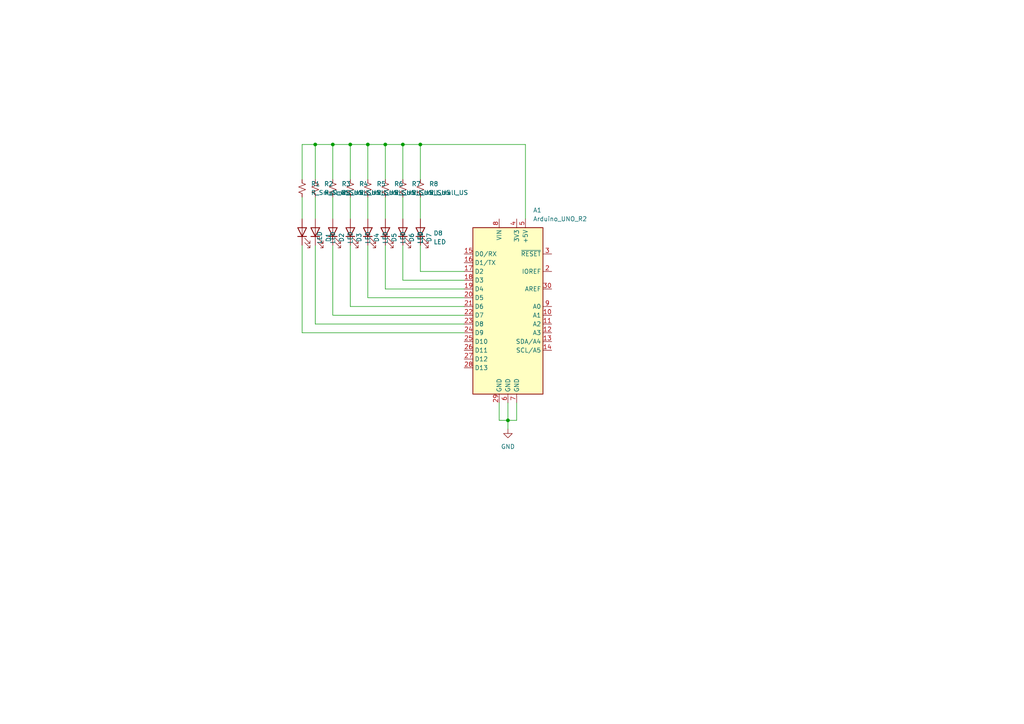
<source format=kicad_sch>
(kicad_sch (version 20230121) (generator eeschema)

  (uuid da2f558e-d378-447e-bc8f-7d7b703783e2)

  (paper "A4")

  (title_block
    (title "ADRUINO UNO SHIELD")
    (company "BACH KHOA")
    (comment 1 "NGUYEN QUANG HUAN")
  )

  (lib_symbols
    (symbol "Device:LED" (pin_numbers hide) (pin_names (offset 1.016) hide) (in_bom yes) (on_board yes)
      (property "Reference" "D" (at 0 2.54 0)
        (effects (font (size 1.27 1.27)))
      )
      (property "Value" "LED" (at 0 -2.54 0)
        (effects (font (size 1.27 1.27)))
      )
      (property "Footprint" "" (at 0 0 0)
        (effects (font (size 1.27 1.27)) hide)
      )
      (property "Datasheet" "~" (at 0 0 0)
        (effects (font (size 1.27 1.27)) hide)
      )
      (property "ki_keywords" "LED diode" (at 0 0 0)
        (effects (font (size 1.27 1.27)) hide)
      )
      (property "ki_description" "Light emitting diode" (at 0 0 0)
        (effects (font (size 1.27 1.27)) hide)
      )
      (property "ki_fp_filters" "LED* LED_SMD:* LED_THT:*" (at 0 0 0)
        (effects (font (size 1.27 1.27)) hide)
      )
      (symbol "LED_0_1"
        (polyline
          (pts
            (xy -1.27 -1.27)
            (xy -1.27 1.27)
          )
          (stroke (width 0.254) (type default))
          (fill (type none))
        )
        (polyline
          (pts
            (xy -1.27 0)
            (xy 1.27 0)
          )
          (stroke (width 0) (type default))
          (fill (type none))
        )
        (polyline
          (pts
            (xy 1.27 -1.27)
            (xy 1.27 1.27)
            (xy -1.27 0)
            (xy 1.27 -1.27)
          )
          (stroke (width 0.254) (type default))
          (fill (type none))
        )
        (polyline
          (pts
            (xy -3.048 -0.762)
            (xy -4.572 -2.286)
            (xy -3.81 -2.286)
            (xy -4.572 -2.286)
            (xy -4.572 -1.524)
          )
          (stroke (width 0) (type default))
          (fill (type none))
        )
        (polyline
          (pts
            (xy -1.778 -0.762)
            (xy -3.302 -2.286)
            (xy -2.54 -2.286)
            (xy -3.302 -2.286)
            (xy -3.302 -1.524)
          )
          (stroke (width 0) (type default))
          (fill (type none))
        )
      )
      (symbol "LED_1_1"
        (pin passive line (at -3.81 0 0) (length 2.54)
          (name "K" (effects (font (size 1.27 1.27))))
          (number "1" (effects (font (size 1.27 1.27))))
        )
        (pin passive line (at 3.81 0 180) (length 2.54)
          (name "A" (effects (font (size 1.27 1.27))))
          (number "2" (effects (font (size 1.27 1.27))))
        )
      )
    )
    (symbol "Device:R_Small_US" (pin_numbers hide) (pin_names (offset 0.254) hide) (in_bom yes) (on_board yes)
      (property "Reference" "R" (at 0.762 0.508 0)
        (effects (font (size 1.27 1.27)) (justify left))
      )
      (property "Value" "R_Small_US" (at 0.762 -1.016 0)
        (effects (font (size 1.27 1.27)) (justify left))
      )
      (property "Footprint" "" (at 0 0 0)
        (effects (font (size 1.27 1.27)) hide)
      )
      (property "Datasheet" "~" (at 0 0 0)
        (effects (font (size 1.27 1.27)) hide)
      )
      (property "ki_keywords" "r resistor" (at 0 0 0)
        (effects (font (size 1.27 1.27)) hide)
      )
      (property "ki_description" "Resistor, small US symbol" (at 0 0 0)
        (effects (font (size 1.27 1.27)) hide)
      )
      (property "ki_fp_filters" "R_*" (at 0 0 0)
        (effects (font (size 1.27 1.27)) hide)
      )
      (symbol "R_Small_US_1_1"
        (polyline
          (pts
            (xy 0 0)
            (xy 1.016 -0.381)
            (xy 0 -0.762)
            (xy -1.016 -1.143)
            (xy 0 -1.524)
          )
          (stroke (width 0) (type default))
          (fill (type none))
        )
        (polyline
          (pts
            (xy 0 1.524)
            (xy 1.016 1.143)
            (xy 0 0.762)
            (xy -1.016 0.381)
            (xy 0 0)
          )
          (stroke (width 0) (type default))
          (fill (type none))
        )
        (pin passive line (at 0 2.54 270) (length 1.016)
          (name "~" (effects (font (size 1.27 1.27))))
          (number "1" (effects (font (size 1.27 1.27))))
        )
        (pin passive line (at 0 -2.54 90) (length 1.016)
          (name "~" (effects (font (size 1.27 1.27))))
          (number "2" (effects (font (size 1.27 1.27))))
        )
      )
    )
    (symbol "MCU_Module:Arduino_UNO_R2" (in_bom yes) (on_board yes)
      (property "Reference" "A" (at -10.16 23.495 0)
        (effects (font (size 1.27 1.27)) (justify left bottom))
      )
      (property "Value" "Arduino_UNO_R2" (at 5.08 -26.67 0)
        (effects (font (size 1.27 1.27)) (justify left top))
      )
      (property "Footprint" "Module:Arduino_UNO_R2" (at 0 0 0)
        (effects (font (size 1.27 1.27) italic) hide)
      )
      (property "Datasheet" "https://www.arduino.cc/en/Main/arduinoBoardUno" (at 0 0 0)
        (effects (font (size 1.27 1.27)) hide)
      )
      (property "ki_keywords" "Arduino UNO R3 Microcontroller Module Atmel AVR USB" (at 0 0 0)
        (effects (font (size 1.27 1.27)) hide)
      )
      (property "ki_description" "Arduino UNO Microcontroller Module, release 2" (at 0 0 0)
        (effects (font (size 1.27 1.27)) hide)
      )
      (property "ki_fp_filters" "Arduino*UNO*R2*" (at 0 0 0)
        (effects (font (size 1.27 1.27)) hide)
      )
      (symbol "Arduino_UNO_R2_0_1"
        (rectangle (start -10.16 22.86) (end 10.16 -25.4)
          (stroke (width 0.254) (type default))
          (fill (type background))
        )
      )
      (symbol "Arduino_UNO_R2_1_1"
        (pin no_connect line (at -10.16 -20.32 0) (length 2.54) hide
          (name "NC" (effects (font (size 1.27 1.27))))
          (number "1" (effects (font (size 1.27 1.27))))
        )
        (pin bidirectional line (at 12.7 -2.54 180) (length 2.54)
          (name "A1" (effects (font (size 1.27 1.27))))
          (number "10" (effects (font (size 1.27 1.27))))
        )
        (pin bidirectional line (at 12.7 -5.08 180) (length 2.54)
          (name "A2" (effects (font (size 1.27 1.27))))
          (number "11" (effects (font (size 1.27 1.27))))
        )
        (pin bidirectional line (at 12.7 -7.62 180) (length 2.54)
          (name "A3" (effects (font (size 1.27 1.27))))
          (number "12" (effects (font (size 1.27 1.27))))
        )
        (pin bidirectional line (at 12.7 -10.16 180) (length 2.54)
          (name "SDA/A4" (effects (font (size 1.27 1.27))))
          (number "13" (effects (font (size 1.27 1.27))))
        )
        (pin bidirectional line (at 12.7 -12.7 180) (length 2.54)
          (name "SCL/A5" (effects (font (size 1.27 1.27))))
          (number "14" (effects (font (size 1.27 1.27))))
        )
        (pin bidirectional line (at -12.7 15.24 0) (length 2.54)
          (name "D0/RX" (effects (font (size 1.27 1.27))))
          (number "15" (effects (font (size 1.27 1.27))))
        )
        (pin bidirectional line (at -12.7 12.7 0) (length 2.54)
          (name "D1/TX" (effects (font (size 1.27 1.27))))
          (number "16" (effects (font (size 1.27 1.27))))
        )
        (pin bidirectional line (at -12.7 10.16 0) (length 2.54)
          (name "D2" (effects (font (size 1.27 1.27))))
          (number "17" (effects (font (size 1.27 1.27))))
        )
        (pin bidirectional line (at -12.7 7.62 0) (length 2.54)
          (name "D3" (effects (font (size 1.27 1.27))))
          (number "18" (effects (font (size 1.27 1.27))))
        )
        (pin bidirectional line (at -12.7 5.08 0) (length 2.54)
          (name "D4" (effects (font (size 1.27 1.27))))
          (number "19" (effects (font (size 1.27 1.27))))
        )
        (pin output line (at 12.7 10.16 180) (length 2.54)
          (name "IOREF" (effects (font (size 1.27 1.27))))
          (number "2" (effects (font (size 1.27 1.27))))
        )
        (pin bidirectional line (at -12.7 2.54 0) (length 2.54)
          (name "D5" (effects (font (size 1.27 1.27))))
          (number "20" (effects (font (size 1.27 1.27))))
        )
        (pin bidirectional line (at -12.7 0 0) (length 2.54)
          (name "D6" (effects (font (size 1.27 1.27))))
          (number "21" (effects (font (size 1.27 1.27))))
        )
        (pin bidirectional line (at -12.7 -2.54 0) (length 2.54)
          (name "D7" (effects (font (size 1.27 1.27))))
          (number "22" (effects (font (size 1.27 1.27))))
        )
        (pin bidirectional line (at -12.7 -5.08 0) (length 2.54)
          (name "D8" (effects (font (size 1.27 1.27))))
          (number "23" (effects (font (size 1.27 1.27))))
        )
        (pin bidirectional line (at -12.7 -7.62 0) (length 2.54)
          (name "D9" (effects (font (size 1.27 1.27))))
          (number "24" (effects (font (size 1.27 1.27))))
        )
        (pin bidirectional line (at -12.7 -10.16 0) (length 2.54)
          (name "D10" (effects (font (size 1.27 1.27))))
          (number "25" (effects (font (size 1.27 1.27))))
        )
        (pin bidirectional line (at -12.7 -12.7 0) (length 2.54)
          (name "D11" (effects (font (size 1.27 1.27))))
          (number "26" (effects (font (size 1.27 1.27))))
        )
        (pin bidirectional line (at -12.7 -15.24 0) (length 2.54)
          (name "D12" (effects (font (size 1.27 1.27))))
          (number "27" (effects (font (size 1.27 1.27))))
        )
        (pin bidirectional line (at -12.7 -17.78 0) (length 2.54)
          (name "D13" (effects (font (size 1.27 1.27))))
          (number "28" (effects (font (size 1.27 1.27))))
        )
        (pin power_in line (at -2.54 -27.94 90) (length 2.54)
          (name "GND" (effects (font (size 1.27 1.27))))
          (number "29" (effects (font (size 1.27 1.27))))
        )
        (pin input line (at 12.7 15.24 180) (length 2.54)
          (name "~{RESET}" (effects (font (size 1.27 1.27))))
          (number "3" (effects (font (size 1.27 1.27))))
        )
        (pin input line (at 12.7 5.08 180) (length 2.54)
          (name "AREF" (effects (font (size 1.27 1.27))))
          (number "30" (effects (font (size 1.27 1.27))))
        )
        (pin power_out line (at 2.54 25.4 270) (length 2.54)
          (name "3V3" (effects (font (size 1.27 1.27))))
          (number "4" (effects (font (size 1.27 1.27))))
        )
        (pin power_out line (at 5.08 25.4 270) (length 2.54)
          (name "+5V" (effects (font (size 1.27 1.27))))
          (number "5" (effects (font (size 1.27 1.27))))
        )
        (pin power_in line (at 0 -27.94 90) (length 2.54)
          (name "GND" (effects (font (size 1.27 1.27))))
          (number "6" (effects (font (size 1.27 1.27))))
        )
        (pin power_in line (at 2.54 -27.94 90) (length 2.54)
          (name "GND" (effects (font (size 1.27 1.27))))
          (number "7" (effects (font (size 1.27 1.27))))
        )
        (pin power_in line (at -2.54 25.4 270) (length 2.54)
          (name "VIN" (effects (font (size 1.27 1.27))))
          (number "8" (effects (font (size 1.27 1.27))))
        )
        (pin bidirectional line (at 12.7 0 180) (length 2.54)
          (name "A0" (effects (font (size 1.27 1.27))))
          (number "9" (effects (font (size 1.27 1.27))))
        )
      )
    )
    (symbol "power:GND" (power) (pin_names (offset 0)) (in_bom yes) (on_board yes)
      (property "Reference" "#PWR" (at 0 -6.35 0)
        (effects (font (size 1.27 1.27)) hide)
      )
      (property "Value" "GND" (at 0 -3.81 0)
        (effects (font (size 1.27 1.27)))
      )
      (property "Footprint" "" (at 0 0 0)
        (effects (font (size 1.27 1.27)) hide)
      )
      (property "Datasheet" "" (at 0 0 0)
        (effects (font (size 1.27 1.27)) hide)
      )
      (property "ki_keywords" "global power" (at 0 0 0)
        (effects (font (size 1.27 1.27)) hide)
      )
      (property "ki_description" "Power symbol creates a global label with name \"GND\" , ground" (at 0 0 0)
        (effects (font (size 1.27 1.27)) hide)
      )
      (symbol "GND_0_1"
        (polyline
          (pts
            (xy 0 0)
            (xy 0 -1.27)
            (xy 1.27 -1.27)
            (xy 0 -2.54)
            (xy -1.27 -1.27)
            (xy 0 -1.27)
          )
          (stroke (width 0) (type default))
          (fill (type none))
        )
      )
      (symbol "GND_1_1"
        (pin power_in line (at 0 0 270) (length 0) hide
          (name "GND" (effects (font (size 1.27 1.27))))
          (number "1" (effects (font (size 1.27 1.27))))
        )
      )
    )
  )

  (junction (at 101.6 41.91) (diameter 0) (color 0 0 0 0)
    (uuid 06beaff4-aac1-47a6-b5b1-1413ec8a5f35)
  )
  (junction (at 147.32 121.92) (diameter 0) (color 0 0 0 0)
    (uuid 239124d5-4edb-4a54-820a-248f2d72d500)
  )
  (junction (at 96.52 41.91) (diameter 0) (color 0 0 0 0)
    (uuid 2a0baaac-67d0-431d-a1cd-cc078b7f6e2d)
  )
  (junction (at 91.44 41.91) (diameter 0) (color 0 0 0 0)
    (uuid 2cc780f8-2bd9-4b37-ab38-12c815377b9a)
  )
  (junction (at 116.84 41.91) (diameter 0) (color 0 0 0 0)
    (uuid 50994cb5-ea54-431a-a5b6-59eb92cd1321)
  )
  (junction (at 121.92 41.91) (diameter 0) (color 0 0 0 0)
    (uuid 7defb349-7737-462c-a744-3431bae57300)
  )
  (junction (at 111.76 41.91) (diameter 0) (color 0 0 0 0)
    (uuid b8bb914b-66dc-46e5-bc27-3548a686478e)
  )
  (junction (at 106.68 41.91) (diameter 0) (color 0 0 0 0)
    (uuid ca61ce6c-816b-4d98-b732-46736bfd8be6)
  )

  (wire (pts (xy 116.84 41.91) (xy 121.92 41.91))
    (stroke (width 0) (type default))
    (uuid 01e0e19e-9aac-4089-928a-3dd8bed3d095)
  )
  (wire (pts (xy 87.63 52.07) (xy 87.63 41.91))
    (stroke (width 0) (type default))
    (uuid 02063a81-4a2a-436b-b398-4e66cf4c28e0)
  )
  (wire (pts (xy 149.86 121.92) (xy 147.32 121.92))
    (stroke (width 0) (type default))
    (uuid 052b98dd-d209-47ec-a85a-1f5c4527439c)
  )
  (wire (pts (xy 111.76 57.15) (xy 111.76 63.5))
    (stroke (width 0) (type default))
    (uuid 0677c8d4-75e7-47a6-b3b6-01aba3b4adeb)
  )
  (wire (pts (xy 116.84 57.15) (xy 116.84 63.5))
    (stroke (width 0) (type default))
    (uuid 0988b103-852f-4857-886f-b0217956ad1a)
  )
  (wire (pts (xy 87.63 57.15) (xy 87.63 63.5))
    (stroke (width 0) (type default))
    (uuid 0d6d2d14-ea85-40c9-8c4b-ae3cd0ef08f9)
  )
  (wire (pts (xy 87.63 96.52) (xy 134.62 96.52))
    (stroke (width 0) (type default))
    (uuid 0e7321c1-bd87-41ac-8bb8-cff933599d0b)
  )
  (wire (pts (xy 121.92 41.91) (xy 121.92 52.07))
    (stroke (width 0) (type default))
    (uuid 179f6313-4f50-4116-b213-e72a4a4dffbc)
  )
  (wire (pts (xy 91.44 71.12) (xy 91.44 93.98))
    (stroke (width 0) (type default))
    (uuid 1c6ef661-7873-4593-887b-bb4bbda05daa)
  )
  (wire (pts (xy 101.6 88.9) (xy 134.62 88.9))
    (stroke (width 0) (type default))
    (uuid 1dccad37-689b-496d-87e3-8e55992beabd)
  )
  (wire (pts (xy 121.92 57.15) (xy 121.92 63.5))
    (stroke (width 0) (type default))
    (uuid 20887d16-c358-4238-8dd0-2ab4e013e2b8)
  )
  (wire (pts (xy 106.68 41.91) (xy 111.76 41.91))
    (stroke (width 0) (type default))
    (uuid 218835a4-bfd9-43a2-9eb0-fcd470fb88ae)
  )
  (wire (pts (xy 101.6 41.91) (xy 106.68 41.91))
    (stroke (width 0) (type default))
    (uuid 2efd58ff-f7af-4808-a366-7c6818010a26)
  )
  (wire (pts (xy 111.76 41.91) (xy 116.84 41.91))
    (stroke (width 0) (type default))
    (uuid 32108ddb-474e-4500-8fea-86eedd65fba0)
  )
  (wire (pts (xy 111.76 71.12) (xy 111.76 83.82))
    (stroke (width 0) (type default))
    (uuid 450db6dc-08f0-4051-96f4-7994634bdb5f)
  )
  (wire (pts (xy 111.76 41.91) (xy 111.76 52.07))
    (stroke (width 0) (type default))
    (uuid 45c0b787-5943-4731-a91a-82318be075d0)
  )
  (wire (pts (xy 106.68 86.36) (xy 134.62 86.36))
    (stroke (width 0) (type default))
    (uuid 4790fa63-cfdd-4655-97f3-9e60f44b0345)
  )
  (wire (pts (xy 106.68 57.15) (xy 106.68 63.5))
    (stroke (width 0) (type default))
    (uuid 48d93036-5844-4220-b601-b2ff73deb022)
  )
  (wire (pts (xy 101.6 71.12) (xy 101.6 88.9))
    (stroke (width 0) (type default))
    (uuid 4b30be5b-36de-46fb-87ae-b828d138ae84)
  )
  (wire (pts (xy 96.52 41.91) (xy 96.52 52.07))
    (stroke (width 0) (type default))
    (uuid 59585233-11ae-4b9f-9156-f4145fc9ce86)
  )
  (wire (pts (xy 149.86 116.84) (xy 149.86 121.92))
    (stroke (width 0) (type default))
    (uuid 5f2639dc-58f0-4dcd-abc7-41ee4d33f5e5)
  )
  (wire (pts (xy 91.44 57.15) (xy 91.44 63.5))
    (stroke (width 0) (type default))
    (uuid 6282f342-ed61-4f77-9745-4ae203fcc927)
  )
  (wire (pts (xy 106.68 41.91) (xy 106.68 52.07))
    (stroke (width 0) (type default))
    (uuid 637db4d5-beec-46b2-a2b5-1311b39ebd30)
  )
  (wire (pts (xy 121.92 78.74) (xy 134.62 78.74))
    (stroke (width 0) (type default))
    (uuid 66019fe9-6c55-44f5-98f2-84d0b1a420d5)
  )
  (wire (pts (xy 96.52 91.44) (xy 134.62 91.44))
    (stroke (width 0) (type default))
    (uuid 676deddc-04dd-4655-98df-ab16246e785a)
  )
  (wire (pts (xy 96.52 57.15) (xy 96.52 63.5))
    (stroke (width 0) (type default))
    (uuid 73329008-dd59-4c38-8098-84f508fd550e)
  )
  (wire (pts (xy 96.52 71.12) (xy 96.52 91.44))
    (stroke (width 0) (type default))
    (uuid 735eb860-6d1b-4276-8a3e-843d3fdde177)
  )
  (wire (pts (xy 116.84 41.91) (xy 116.84 52.07))
    (stroke (width 0) (type default))
    (uuid 771b9426-f886-4597-b8e3-9b571e9dcd23)
  )
  (wire (pts (xy 91.44 41.91) (xy 96.52 41.91))
    (stroke (width 0) (type default))
    (uuid 82cdcc93-e74b-4b3b-95ab-157ad46a585f)
  )
  (wire (pts (xy 147.32 121.92) (xy 147.32 124.46))
    (stroke (width 0) (type default))
    (uuid 8484ab4e-bf55-4044-810b-12b075aa940f)
  )
  (wire (pts (xy 91.44 93.98) (xy 134.62 93.98))
    (stroke (width 0) (type default))
    (uuid 8d2e6d7a-fad0-4039-98ee-b5dcf258227e)
  )
  (wire (pts (xy 111.76 83.82) (xy 134.62 83.82))
    (stroke (width 0) (type default))
    (uuid a1892d0f-9be3-4839-92ef-9c9564cce1b1)
  )
  (wire (pts (xy 152.4 41.91) (xy 152.4 63.5))
    (stroke (width 0) (type default))
    (uuid a46eef76-a089-4ab5-8b4b-c38bf9615f16)
  )
  (wire (pts (xy 101.6 57.15) (xy 101.6 63.5))
    (stroke (width 0) (type default))
    (uuid acd51980-1109-4c2f-ae38-533ad178019c)
  )
  (wire (pts (xy 147.32 116.84) (xy 147.32 121.92))
    (stroke (width 0) (type default))
    (uuid ad20efd0-4f22-4778-aaf2-551c48f2970a)
  )
  (wire (pts (xy 106.68 71.12) (xy 106.68 86.36))
    (stroke (width 0) (type default))
    (uuid ba662eff-0f86-4172-ac6b-9fd5f3db62bf)
  )
  (wire (pts (xy 116.84 71.12) (xy 116.84 81.28))
    (stroke (width 0) (type default))
    (uuid beff73c2-9fd3-46ba-845c-ad29d8cc533f)
  )
  (wire (pts (xy 144.78 116.84) (xy 144.78 121.92))
    (stroke (width 0) (type default))
    (uuid c202c68e-47ec-4fb4-99d0-edfea9bb9ef4)
  )
  (wire (pts (xy 96.52 41.91) (xy 101.6 41.91))
    (stroke (width 0) (type default))
    (uuid c20878e4-f362-4ea6-869c-60add8d67780)
  )
  (wire (pts (xy 121.92 71.12) (xy 121.92 78.74))
    (stroke (width 0) (type default))
    (uuid d4b95c63-87db-40ed-b298-f0d31ed284c7)
  )
  (wire (pts (xy 121.92 41.91) (xy 152.4 41.91))
    (stroke (width 0) (type default))
    (uuid e1da680d-1848-456b-b05b-0b66a1e392b6)
  )
  (wire (pts (xy 87.63 71.12) (xy 87.63 96.52))
    (stroke (width 0) (type default))
    (uuid e372f2db-b719-4bdd-a7cc-5161c2d485f9)
  )
  (wire (pts (xy 87.63 41.91) (xy 91.44 41.91))
    (stroke (width 0) (type default))
    (uuid f2f4ff1e-7c9e-4aca-a399-ff65b394032d)
  )
  (wire (pts (xy 116.84 81.28) (xy 134.62 81.28))
    (stroke (width 0) (type default))
    (uuid f344df1c-c62f-4885-a51f-a7ef242d6895)
  )
  (wire (pts (xy 144.78 121.92) (xy 147.32 121.92))
    (stroke (width 0) (type default))
    (uuid f62f1823-7c9c-4aea-a62d-94e850f3fbc5)
  )
  (wire (pts (xy 91.44 41.91) (xy 91.44 52.07))
    (stroke (width 0) (type default))
    (uuid f8cce38e-d500-49c5-8b60-d22d7b75f390)
  )
  (wire (pts (xy 101.6 41.91) (xy 101.6 52.07))
    (stroke (width 0) (type default))
    (uuid fb948fab-0c55-4645-b81f-44b05623c980)
  )

  (symbol (lib_id "Device:R_Small_US") (at 96.52 54.61 0) (unit 1)
    (in_bom yes) (on_board yes) (dnp no) (fields_autoplaced)
    (uuid 1e1b04c3-a7fd-469b-b3e0-45c5deb3669c)
    (property "Reference" "R3" (at 99.06 53.34 0)
      (effects (font (size 1.27 1.27)) (justify left))
    )
    (property "Value" "R_Small_US" (at 99.06 55.88 0)
      (effects (font (size 1.27 1.27)) (justify left))
    )
    (property "Footprint" "Resistor_SMD:R_0603_1608Metric" (at 96.52 54.61 0)
      (effects (font (size 1.27 1.27)) hide)
    )
    (property "Datasheet" "~" (at 96.52 54.61 0)
      (effects (font (size 1.27 1.27)) hide)
    )
    (pin "2" (uuid 1dadcf1d-3e65-4638-ad9f-e2ca4b72b0cc))
    (pin "1" (uuid 721266b4-fe91-4d98-8f6b-d0bf69403b50))
    (instances
      (project "adruino uno shield"
        (path "/da2f558e-d378-447e-bc8f-7d7b703783e2"
          (reference "R3") (unit 1)
        )
      )
    )
  )

  (symbol (lib_id "Device:R_Small_US") (at 121.92 54.61 0) (unit 1)
    (in_bom yes) (on_board yes) (dnp no) (fields_autoplaced)
    (uuid 2c66ad1b-d708-4088-b850-3bc28fadb257)
    (property "Reference" "R8" (at 124.46 53.34 0)
      (effects (font (size 1.27 1.27)) (justify left))
    )
    (property "Value" "R_Small_US" (at 124.46 55.88 0)
      (effects (font (size 1.27 1.27)) (justify left))
    )
    (property "Footprint" "Resistor_SMD:R_0603_1608Metric" (at 121.92 54.61 0)
      (effects (font (size 1.27 1.27)) hide)
    )
    (property "Datasheet" "~" (at 121.92 54.61 0)
      (effects (font (size 1.27 1.27)) hide)
    )
    (pin "2" (uuid 1dadcf1d-3e65-4638-ad9f-e2ca4b72b0cc))
    (pin "1" (uuid 721266b4-fe91-4d98-8f6b-d0bf69403b50))
    (instances
      (project "adruino uno shield"
        (path "/da2f558e-d378-447e-bc8f-7d7b703783e2"
          (reference "R8") (unit 1)
        )
      )
    )
  )

  (symbol (lib_id "Device:LED") (at 116.84 67.31 90) (unit 1)
    (in_bom yes) (on_board yes) (dnp no)
    (uuid 400295ba-9c82-4eda-a4e6-6ab8d1bd858d)
    (property "Reference" "D7" (at 124.46 68.8975 0)
      (effects (font (size 1.27 1.27)))
    )
    (property "Value" "LED" (at 121.92 68.8975 0)
      (effects (font (size 1.27 1.27) bold))
    )
    (property "Footprint" "LED_SMD:LED_0805_2012Metric" (at 116.84 67.31 0)
      (effects (font (size 1.27 1.27)) hide)
    )
    (property "Datasheet" "~" (at 116.84 67.31 0)
      (effects (font (size 1.27 1.27)) hide)
    )
    (pin "1" (uuid ca0154b4-70cc-4fe4-bfff-070d1e73ba2d))
    (pin "2" (uuid a9d1934f-8d96-494a-a451-9b3b80446904))
    (instances
      (project "adruino uno shield"
        (path "/da2f558e-d378-447e-bc8f-7d7b703783e2"
          (reference "D7") (unit 1)
        )
      )
    )
  )

  (symbol (lib_id "Device:LED") (at 111.76 67.31 90) (unit 1)
    (in_bom yes) (on_board yes) (dnp no) (fields_autoplaced)
    (uuid 48142b70-fd26-4337-9cfb-6fe5ba73bbf5)
    (property "Reference" "D6" (at 119.38 68.8975 0)
      (effects (font (size 1.27 1.27)))
    )
    (property "Value" "LED" (at 116.84 68.8975 0)
      (effects (font (size 1.27 1.27)))
    )
    (property "Footprint" "LED_SMD:LED_0805_2012Metric" (at 111.76 67.31 0)
      (effects (font (size 1.27 1.27)) hide)
    )
    (property "Datasheet" "~" (at 111.76 67.31 0)
      (effects (font (size 1.27 1.27)) hide)
    )
    (pin "1" (uuid 89e64bfa-d2da-4832-8dac-bff0093dd0c3))
    (pin "2" (uuid f6394b10-ebc1-438f-9593-a2b6f40794a5))
    (instances
      (project "adruino uno shield"
        (path "/da2f558e-d378-447e-bc8f-7d7b703783e2"
          (reference "D6") (unit 1)
        )
      )
    )
  )

  (symbol (lib_id "Device:LED") (at 91.44 67.31 90) (unit 1)
    (in_bom yes) (on_board yes) (dnp no) (fields_autoplaced)
    (uuid 4dd7cc69-0d48-4574-9026-1ee6487cb8b3)
    (property "Reference" "D2" (at 99.06 68.8975 0)
      (effects (font (size 1.27 1.27)))
    )
    (property "Value" "LED" (at 96.52 68.8975 0)
      (effects (font (size 1.27 1.27)))
    )
    (property "Footprint" "LED_SMD:LED_0805_2012Metric" (at 91.44 67.31 0)
      (effects (font (size 1.27 1.27)) hide)
    )
    (property "Datasheet" "~" (at 91.44 67.31 0)
      (effects (font (size 1.27 1.27)) hide)
    )
    (pin "1" (uuid 0d47ee86-5b2d-41bc-b387-9a6acaf7d8cf))
    (pin "2" (uuid fbdccd13-3e4f-4841-aacd-501956afbf80))
    (instances
      (project "adruino uno shield"
        (path "/da2f558e-d378-447e-bc8f-7d7b703783e2"
          (reference "D2") (unit 1)
        )
      )
    )
  )

  (symbol (lib_id "Device:R_Small_US") (at 116.84 54.61 0) (unit 1)
    (in_bom yes) (on_board yes) (dnp no) (fields_autoplaced)
    (uuid 5453f48b-0e71-42ee-9968-17638cf5ed04)
    (property "Reference" "R7" (at 119.38 53.34 0)
      (effects (font (size 1.27 1.27)) (justify left))
    )
    (property "Value" "R_Small_US" (at 119.38 55.88 0)
      (effects (font (size 1.27 1.27)) (justify left))
    )
    (property "Footprint" "Resistor_SMD:R_0603_1608Metric" (at 116.84 54.61 0)
      (effects (font (size 1.27 1.27)) hide)
    )
    (property "Datasheet" "~" (at 116.84 54.61 0)
      (effects (font (size 1.27 1.27)) hide)
    )
    (pin "2" (uuid 1dadcf1d-3e65-4638-ad9f-e2ca4b72b0cc))
    (pin "1" (uuid 721266b4-fe91-4d98-8f6b-d0bf69403b50))
    (instances
      (project "adruino uno shield"
        (path "/da2f558e-d378-447e-bc8f-7d7b703783e2"
          (reference "R7") (unit 1)
        )
      )
    )
  )

  (symbol (lib_id "Device:LED") (at 106.68 67.31 90) (unit 1)
    (in_bom yes) (on_board yes) (dnp no) (fields_autoplaced)
    (uuid 6c2bb4b6-a486-4bd8-9608-95983afcd6c5)
    (property "Reference" "D5" (at 114.3 68.8975 0)
      (effects (font (size 1.27 1.27)))
    )
    (property "Value" "LED" (at 111.76 68.8975 0)
      (effects (font (size 1.27 1.27)))
    )
    (property "Footprint" "LED_SMD:LED_0805_2012Metric" (at 106.68 67.31 0)
      (effects (font (size 1.27 1.27)) hide)
    )
    (property "Datasheet" "~" (at 106.68 67.31 0)
      (effects (font (size 1.27 1.27)) hide)
    )
    (pin "1" (uuid 0d47ee86-5b2d-41bc-b387-9a6acaf7d8cf))
    (pin "2" (uuid fbdccd13-3e4f-4841-aacd-501956afbf80))
    (instances
      (project "adruino uno shield"
        (path "/da2f558e-d378-447e-bc8f-7d7b703783e2"
          (reference "D5") (unit 1)
        )
      )
    )
  )

  (symbol (lib_id "Device:LED") (at 121.92 67.31 90) (unit 1)
    (in_bom yes) (on_board yes) (dnp no) (fields_autoplaced)
    (uuid 73c8318d-26dd-4f29-b60a-9c73ce6fe95a)
    (property "Reference" "D8" (at 125.73 67.6275 90)
      (effects (font (size 1.27 1.27)) (justify right))
    )
    (property "Value" "LED" (at 125.73 70.1675 90)
      (effects (font (size 1.27 1.27)) (justify right))
    )
    (property "Footprint" "LED_SMD:LED_0805_2012Metric" (at 121.92 67.31 0)
      (effects (font (size 1.27 1.27)) hide)
    )
    (property "Datasheet" "~" (at 121.92 67.31 0)
      (effects (font (size 1.27 1.27)) hide)
    )
    (pin "2" (uuid 1ed08ce9-12f1-4b56-8732-7b18bd361680))
    (pin "1" (uuid 17e13fc6-9f0e-48b5-bfe0-7edd633c4125))
    (instances
      (project "adruino uno shield"
        (path "/da2f558e-d378-447e-bc8f-7d7b703783e2"
          (reference "D8") (unit 1)
        )
      )
    )
  )

  (symbol (lib_id "power:GND") (at 147.32 124.46 0) (unit 1)
    (in_bom yes) (on_board yes) (dnp no) (fields_autoplaced)
    (uuid 7c0db2c9-8eb3-4c9a-a154-99d5f9a5f86e)
    (property "Reference" "#PWR01" (at 147.32 130.81 0)
      (effects (font (size 1.27 1.27)) hide)
    )
    (property "Value" "GND" (at 147.32 129.54 0)
      (effects (font (size 1.27 1.27)))
    )
    (property "Footprint" "" (at 147.32 124.46 0)
      (effects (font (size 1.27 1.27)) hide)
    )
    (property "Datasheet" "" (at 147.32 124.46 0)
      (effects (font (size 1.27 1.27)) hide)
    )
    (pin "1" (uuid 69148190-7719-4a80-bb3c-729e4f6879b6))
    (instances
      (project "adruino uno shield"
        (path "/da2f558e-d378-447e-bc8f-7d7b703783e2"
          (reference "#PWR01") (unit 1)
        )
      )
    )
  )

  (symbol (lib_id "Device:LED") (at 87.63 67.31 90) (unit 1)
    (in_bom yes) (on_board yes) (dnp no) (fields_autoplaced)
    (uuid 819b78c3-ec22-4daf-b90d-5e133baff1a2)
    (property "Reference" "D1" (at 95.25 68.8975 0)
      (effects (font (size 1.27 1.27)))
    )
    (property "Value" "LED" (at 92.71 68.8975 0)
      (effects (font (size 1.27 1.27)))
    )
    (property "Footprint" "LED_SMD:LED_0805_2012Metric" (at 87.63 67.31 0)
      (effects (font (size 1.27 1.27)) hide)
    )
    (property "Datasheet" "~" (at 87.63 67.31 0)
      (effects (font (size 1.27 1.27)) hide)
    )
    (pin "1" (uuid 0d47ee86-5b2d-41bc-b387-9a6acaf7d8cf))
    (pin "2" (uuid fbdccd13-3e4f-4841-aacd-501956afbf80))
    (instances
      (project "adruino uno shield"
        (path "/da2f558e-d378-447e-bc8f-7d7b703783e2"
          (reference "D1") (unit 1)
        )
      )
    )
  )

  (symbol (lib_id "Device:LED") (at 101.6 67.31 90) (unit 1)
    (in_bom yes) (on_board yes) (dnp no) (fields_autoplaced)
    (uuid 8695bd19-62fe-460f-9ac0-e2db1537af08)
    (property "Reference" "D4" (at 109.22 68.8975 0)
      (effects (font (size 1.27 1.27)))
    )
    (property "Value" "LED" (at 106.68 68.8975 0)
      (effects (font (size 1.27 1.27)))
    )
    (property "Footprint" "LED_SMD:LED_0805_2012Metric" (at 101.6 67.31 0)
      (effects (font (size 1.27 1.27)) hide)
    )
    (property "Datasheet" "~" (at 101.6 67.31 0)
      (effects (font (size 1.27 1.27)) hide)
    )
    (pin "1" (uuid 0d47ee86-5b2d-41bc-b387-9a6acaf7d8cf))
    (pin "2" (uuid fbdccd13-3e4f-4841-aacd-501956afbf80))
    (instances
      (project "adruino uno shield"
        (path "/da2f558e-d378-447e-bc8f-7d7b703783e2"
          (reference "D4") (unit 1)
        )
      )
    )
  )

  (symbol (lib_id "Device:R_Small_US") (at 101.6 54.61 0) (unit 1)
    (in_bom yes) (on_board yes) (dnp no) (fields_autoplaced)
    (uuid 8dc63148-9590-4e64-8520-6ff1a616e7f2)
    (property "Reference" "R4" (at 104.14 53.34 0)
      (effects (font (size 1.27 1.27)) (justify left))
    )
    (property "Value" "R_Small_US" (at 104.14 55.88 0)
      (effects (font (size 1.27 1.27)) (justify left))
    )
    (property "Footprint" "Resistor_SMD:R_0603_1608Metric" (at 101.6 54.61 0)
      (effects (font (size 1.27 1.27)) hide)
    )
    (property "Datasheet" "~" (at 101.6 54.61 0)
      (effects (font (size 1.27 1.27)) hide)
    )
    (pin "2" (uuid 1dadcf1d-3e65-4638-ad9f-e2ca4b72b0cc))
    (pin "1" (uuid 721266b4-fe91-4d98-8f6b-d0bf69403b50))
    (instances
      (project "adruino uno shield"
        (path "/da2f558e-d378-447e-bc8f-7d7b703783e2"
          (reference "R4") (unit 1)
        )
      )
    )
  )

  (symbol (lib_id "Device:R_Small_US") (at 111.76 54.61 0) (unit 1)
    (in_bom yes) (on_board yes) (dnp no) (fields_autoplaced)
    (uuid 8ec0d64f-8102-4bf9-91f7-b2020b20ac65)
    (property "Reference" "R6" (at 114.3 53.34 0)
      (effects (font (size 1.27 1.27)) (justify left))
    )
    (property "Value" "R_Small_US" (at 114.3 55.88 0)
      (effects (font (size 1.27 1.27)) (justify left))
    )
    (property "Footprint" "Resistor_SMD:R_0603_1608Metric" (at 111.76 54.61 0)
      (effects (font (size 1.27 1.27)) hide)
    )
    (property "Datasheet" "~" (at 111.76 54.61 0)
      (effects (font (size 1.27 1.27)) hide)
    )
    (pin "2" (uuid 1dadcf1d-3e65-4638-ad9f-e2ca4b72b0cc))
    (pin "1" (uuid 721266b4-fe91-4d98-8f6b-d0bf69403b50))
    (instances
      (project "adruino uno shield"
        (path "/da2f558e-d378-447e-bc8f-7d7b703783e2"
          (reference "R6") (unit 1)
        )
      )
    )
  )

  (symbol (lib_id "Device:LED") (at 96.52 67.31 90) (unit 1)
    (in_bom yes) (on_board yes) (dnp no) (fields_autoplaced)
    (uuid 98cdfe1b-637d-4ea3-ba77-e0d94467951d)
    (property "Reference" "D3" (at 104.14 68.8975 0)
      (effects (font (size 1.27 1.27)))
    )
    (property "Value" "LED" (at 101.6 68.8975 0)
      (effects (font (size 1.27 1.27)))
    )
    (property "Footprint" "LED_SMD:LED_0805_2012Metric" (at 96.52 67.31 0)
      (effects (font (size 1.27 1.27)) hide)
    )
    (property "Datasheet" "~" (at 96.52 67.31 0)
      (effects (font (size 1.27 1.27)) hide)
    )
    (pin "1" (uuid 0d47ee86-5b2d-41bc-b387-9a6acaf7d8cf))
    (pin "2" (uuid fbdccd13-3e4f-4841-aacd-501956afbf80))
    (instances
      (project "adruino uno shield"
        (path "/da2f558e-d378-447e-bc8f-7d7b703783e2"
          (reference "D3") (unit 1)
        )
      )
    )
  )

  (symbol (lib_id "Device:R_Small_US") (at 106.68 54.61 0) (unit 1)
    (in_bom yes) (on_board yes) (dnp no) (fields_autoplaced)
    (uuid a52628df-b1eb-497b-96cd-5ad4b478505d)
    (property "Reference" "R5" (at 109.22 53.34 0)
      (effects (font (size 1.27 1.27)) (justify left))
    )
    (property "Value" "R_Small_US" (at 109.22 55.88 0)
      (effects (font (size 1.27 1.27)) (justify left))
    )
    (property "Footprint" "Resistor_SMD:R_0603_1608Metric" (at 106.68 54.61 0)
      (effects (font (size 1.27 1.27)) hide)
    )
    (property "Datasheet" "~" (at 106.68 54.61 0)
      (effects (font (size 1.27 1.27)) hide)
    )
    (pin "2" (uuid 1dadcf1d-3e65-4638-ad9f-e2ca4b72b0cc))
    (pin "1" (uuid 721266b4-fe91-4d98-8f6b-d0bf69403b50))
    (instances
      (project "adruino uno shield"
        (path "/da2f558e-d378-447e-bc8f-7d7b703783e2"
          (reference "R5") (unit 1)
        )
      )
    )
  )

  (symbol (lib_id "MCU_Module:Arduino_UNO_R2") (at 147.32 88.9 0) (unit 1)
    (in_bom yes) (on_board yes) (dnp no) (fields_autoplaced)
    (uuid b0a8fd82-bc37-4ed0-ad34-cdc731f237a6)
    (property "Reference" "A1" (at 154.5941 60.96 0)
      (effects (font (size 1.27 1.27)) (justify left))
    )
    (property "Value" "Arduino_UNO_R2" (at 154.5941 63.5 0)
      (effects (font (size 1.27 1.27)) (justify left))
    )
    (property "Footprint" "Module:Arduino_UNO_R2" (at 147.32 88.9 0)
      (effects (font (size 1.27 1.27) italic) hide)
    )
    (property "Datasheet" "https://www.arduino.cc/en/Main/arduinoBoardUno" (at 147.32 88.9 0)
      (effects (font (size 1.27 1.27)) hide)
    )
    (pin "9" (uuid a82de776-a3a7-46c5-9345-f0bbeff4ca64))
    (pin "4" (uuid 7461dddf-0bdd-41b7-8fc6-6015a7683e34))
    (pin "11" (uuid af751ea3-ffcd-4f3a-a2ae-36fa48de93d1))
    (pin "10" (uuid 3bf687ed-47a8-44d0-a744-cbb7dbfb1d93))
    (pin "14" (uuid 7193bcdf-3681-46ea-83f6-77a5ddd5f272))
    (pin "16" (uuid 26590c28-0987-4bd6-be34-71b2a8aae24e))
    (pin "22" (uuid 57bd7ceb-0e55-49c1-94ef-de8245b2a3af))
    (pin "18" (uuid 3ffbae83-5988-492f-88d1-1710e6842834))
    (pin "13" (uuid aec256f0-b0af-48b8-b710-5274ed486beb))
    (pin "15" (uuid c7ec1909-fec6-4a59-baa5-5a696de6f14f))
    (pin "30" (uuid a5d94fa3-0ae3-4432-8015-25c93de17379))
    (pin "21" (uuid dce2df85-36b8-4228-8d0a-19ca4507dc06))
    (pin "7" (uuid 5d8a650a-0f8e-4a7c-8220-4742a2851db6))
    (pin "26" (uuid 34582835-e3c1-4bcb-a9cf-fc437f0dc706))
    (pin "17" (uuid 209c69e0-6baa-4d98-9875-ac2ba2c06638))
    (pin "6" (uuid 883ec7d2-c1c0-4d28-9b8d-0213941c6ab2))
    (pin "28" (uuid 0250ea40-20da-49cb-9990-1fe9d36725c5))
    (pin "29" (uuid c94f9884-e6ad-4ad5-bd41-b9d24f706ad5))
    (pin "27" (uuid afee7c31-7702-4efb-a657-9ac63fb9bc36))
    (pin "23" (uuid af834aa0-a873-4de3-827e-9d0e2440d4af))
    (pin "24" (uuid 4f6b8f84-5820-4709-ac3e-b6d1758f588f))
    (pin "12" (uuid ec19e96e-b734-4944-b345-21b9a7ac1609))
    (pin "2" (uuid 7d88a35b-7c0f-4fa0-973f-d022976a810b))
    (pin "20" (uuid a911a385-b645-4e00-af1b-7a453186fd3a))
    (pin "5" (uuid 85c94a2c-4448-46fc-9db1-57a3cd042803))
    (pin "19" (uuid 62673f0a-d7e0-40c9-9fe1-2d815e4321a8))
    (pin "3" (uuid e0733770-ab21-4a49-8570-c659191656cb))
    (pin "8" (uuid 2704a37c-453a-4ca9-92ac-a44c7a8316fb))
    (pin "1" (uuid 93afd954-1593-46fb-9692-284c86f7fa62))
    (pin "25" (uuid 60b69968-18c9-4292-acfd-7cb583f2fd93))
    (instances
      (project "adruino uno shield"
        (path "/da2f558e-d378-447e-bc8f-7d7b703783e2"
          (reference "A1") (unit 1)
        )
      )
    )
  )

  (symbol (lib_id "Device:R_Small_US") (at 87.63 54.61 0) (unit 1)
    (in_bom yes) (on_board yes) (dnp no) (fields_autoplaced)
    (uuid dc0ec625-6eb3-4e2f-993d-75fbcef00661)
    (property "Reference" "R1" (at 90.17 53.34 0)
      (effects (font (size 1.27 1.27)) (justify left))
    )
    (property "Value" "R_Small_US" (at 90.17 55.88 0)
      (effects (font (size 1.27 1.27)) (justify left))
    )
    (property "Footprint" "Resistor_SMD:R_0603_1608Metric" (at 87.63 54.61 0)
      (effects (font (size 1.27 1.27)) hide)
    )
    (property "Datasheet" "~" (at 87.63 54.61 0)
      (effects (font (size 1.27 1.27)) hide)
    )
    (pin "2" (uuid 1dadcf1d-3e65-4638-ad9f-e2ca4b72b0cc))
    (pin "1" (uuid 721266b4-fe91-4d98-8f6b-d0bf69403b50))
    (instances
      (project "adruino uno shield"
        (path "/da2f558e-d378-447e-bc8f-7d7b703783e2"
          (reference "R1") (unit 1)
        )
      )
    )
  )

  (symbol (lib_id "Device:R_Small_US") (at 91.44 54.61 0) (unit 1)
    (in_bom yes) (on_board yes) (dnp no) (fields_autoplaced)
    (uuid e2e308e0-cdc8-4564-916b-3842e423118e)
    (property "Reference" "R2" (at 93.98 53.34 0)
      (effects (font (size 1.27 1.27)) (justify left))
    )
    (property "Value" "R_Small_US" (at 93.98 55.88 0)
      (effects (font (size 1.27 1.27)) (justify left))
    )
    (property "Footprint" "Resistor_SMD:R_0603_1608Metric" (at 91.44 54.61 0)
      (effects (font (size 1.27 1.27)) hide)
    )
    (property "Datasheet" "~" (at 91.44 54.61 0)
      (effects (font (size 1.27 1.27)) hide)
    )
    (pin "2" (uuid 1dadcf1d-3e65-4638-ad9f-e2ca4b72b0cc))
    (pin "1" (uuid 721266b4-fe91-4d98-8f6b-d0bf69403b50))
    (instances
      (project "adruino uno shield"
        (path "/da2f558e-d378-447e-bc8f-7d7b703783e2"
          (reference "R2") (unit 1)
        )
      )
    )
  )

  (sheet_instances
    (path "/" (page "1"))
  )
)

</source>
